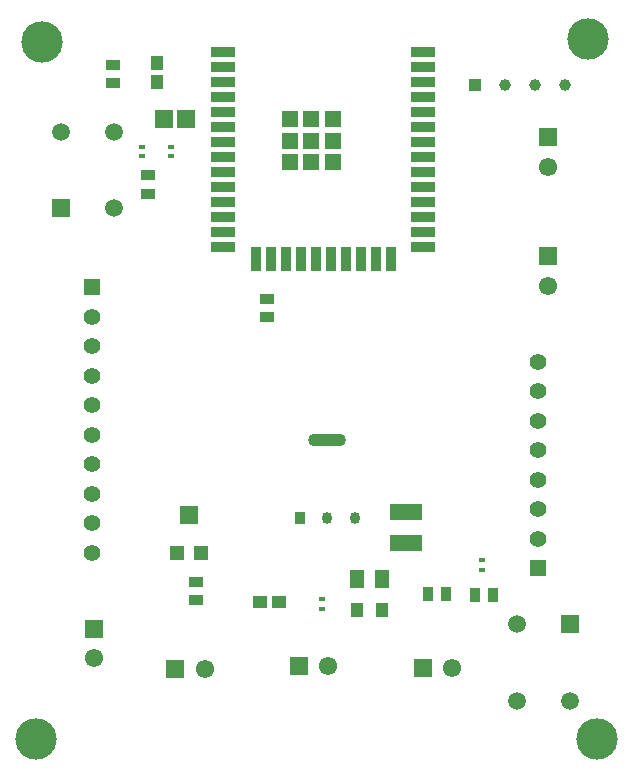
<source format=gbr>
G04*
G04 #@! TF.GenerationSoftware,Altium Limited,Altium Designer,24.2.2 (26)*
G04*
G04 Layer_Color=255*
%FSLAX43Y43*%
%MOMM*%
G71*
G04*
G04 #@! TF.SameCoordinates,78AD72C9-59E1-4A50-B3D3-B96FA2B5B495*
G04*
G04*
G04 #@! TF.FilePolarity,Positive*
G04*
G01*
G75*
%ADD15R,1.307X0.906*%
%ADD16R,0.500X0.400*%
%ADD17R,1.200X1.200*%
%ADD18R,1.600X1.500*%
%ADD19R,1.012X1.208*%
%ADD20R,1.500X1.550*%
%ADD21R,1.208X1.012*%
%ADD22R,1.100X1.300*%
%ADD23R,0.906X1.307*%
%ADD24R,1.250X1.500*%
G04:AMPARAMS|DCode=25|XSize=1.004mm|YSize=3.182mm|CornerRadius=0.437mm|HoleSize=0mm|Usage=FLASHONLY|Rotation=90.000|XOffset=0mm|YOffset=0mm|HoleType=Round|Shape=RoundedRectangle|*
%AMROUNDEDRECTD25*
21,1,1.004,2.308,0,0,90.0*
21,1,0.131,3.182,0,0,90.0*
1,1,0.874,1.154,0.065*
1,1,0.874,1.154,-0.065*
1,1,0.874,-1.154,-0.065*
1,1,0.874,-1.154,0.065*
%
%ADD25ROUNDEDRECTD25*%
G04:AMPARAMS|DCode=26|XSize=1.004mm|YSize=0.872mm|CornerRadius=0.436mm|HoleSize=0mm|Usage=FLASHONLY|Rotation=90.000|XOffset=0mm|YOffset=0mm|HoleType=Round|Shape=RoundedRectangle|*
%AMROUNDEDRECTD26*
21,1,1.004,0.000,0,0,90.0*
21,1,0.132,0.872,0,0,90.0*
1,1,0.872,0.000,0.066*
1,1,0.872,0.000,-0.066*
1,1,0.872,0.000,-0.066*
1,1,0.872,0.000,0.066*
%
%ADD26ROUNDEDRECTD26*%
%ADD27R,0.872X1.004*%
%ADD28R,2.800X1.400*%
%ADD29R,1.330X1.330*%
%ADD30R,0.900X2.000*%
%ADD31R,2.000X0.900*%
%ADD37C,1.550*%
%ADD38R,1.550X1.550*%
%ADD39C,1.400*%
%ADD40R,1.400X1.400*%
%ADD43R,1.550X1.550*%
%ADD49R,1.500X1.500*%
%ADD50C,1.500*%
%ADD51R,0.985X0.985*%
%ADD52C,0.985*%
%ADD53C,3.500*%
D15*
X8775Y59301D02*
D03*
Y57749D02*
D03*
X21800Y37924D02*
D03*
Y39476D02*
D03*
X15800Y15551D02*
D03*
Y13999D02*
D03*
X11750Y49951D02*
D03*
Y48399D02*
D03*
D16*
X11212Y51587D02*
D03*
Y52387D02*
D03*
X13725Y52375D02*
D03*
Y51575D02*
D03*
X26500Y14050D02*
D03*
Y13250D02*
D03*
X40050Y17350D02*
D03*
Y16550D02*
D03*
D17*
X14250Y17950D02*
D03*
X16250D02*
D03*
D18*
X15250Y21200D02*
D03*
D19*
X12475Y57848D02*
D03*
Y59452D02*
D03*
D20*
X13138Y54712D02*
D03*
X14938D02*
D03*
D21*
X21248Y13850D02*
D03*
X22852D02*
D03*
D22*
X31550Y13175D02*
D03*
X29450D02*
D03*
D23*
X37001Y14525D02*
D03*
X35449D02*
D03*
X39449Y14450D02*
D03*
X41001D02*
D03*
D24*
X31550Y15800D02*
D03*
X29450D02*
D03*
D25*
X26950Y27520D02*
D03*
D26*
X29240Y20930D02*
D03*
X26950D02*
D03*
D27*
X24660D02*
D03*
D28*
X33625Y21425D02*
D03*
Y18825D02*
D03*
D29*
X27410Y51070D02*
D03*
X25575D02*
D03*
X23740D02*
D03*
X27410Y52905D02*
D03*
X25575D02*
D03*
X23740D02*
D03*
X27410Y54740D02*
D03*
X25575D02*
D03*
X23740D02*
D03*
D30*
X32290Y42895D02*
D03*
X31020D02*
D03*
X29750D02*
D03*
X28480D02*
D03*
X27210D02*
D03*
X25940D02*
D03*
X24670D02*
D03*
X23400D02*
D03*
X22130D02*
D03*
X20860D02*
D03*
D31*
X35075Y60405D02*
D03*
Y59135D02*
D03*
Y57865D02*
D03*
Y56595D02*
D03*
Y55325D02*
D03*
Y54055D02*
D03*
Y52785D02*
D03*
Y51515D02*
D03*
Y50245D02*
D03*
Y48975D02*
D03*
Y47705D02*
D03*
Y46435D02*
D03*
Y45165D02*
D03*
Y43895D02*
D03*
X18075D02*
D03*
Y45165D02*
D03*
Y46435D02*
D03*
Y47705D02*
D03*
Y48975D02*
D03*
Y50245D02*
D03*
Y51515D02*
D03*
Y52785D02*
D03*
Y54055D02*
D03*
Y55325D02*
D03*
Y56595D02*
D03*
Y57865D02*
D03*
Y59135D02*
D03*
Y60405D02*
D03*
D37*
X7175Y9075D02*
D03*
X45600Y50700D02*
D03*
X45625Y40625D02*
D03*
X27025Y8425D02*
D03*
X37525Y8275D02*
D03*
X16575Y8175D02*
D03*
D38*
X7175Y11575D02*
D03*
X45600Y53200D02*
D03*
X45625Y43125D02*
D03*
D39*
X7000Y18000D02*
D03*
Y20500D02*
D03*
Y23000D02*
D03*
Y25500D02*
D03*
Y28000D02*
D03*
Y30500D02*
D03*
Y33000D02*
D03*
Y35500D02*
D03*
Y38000D02*
D03*
X44775Y34175D02*
D03*
Y31675D02*
D03*
Y29175D02*
D03*
Y26675D02*
D03*
Y24175D02*
D03*
Y21675D02*
D03*
Y19175D02*
D03*
D40*
X7000Y40500D02*
D03*
X44775Y16675D02*
D03*
D43*
X24525Y8425D02*
D03*
X35025Y8275D02*
D03*
X14075Y8175D02*
D03*
D49*
X47500Y11950D02*
D03*
X4400Y47150D02*
D03*
D50*
X43000Y11950D02*
D03*
Y5450D02*
D03*
X47500D02*
D03*
X8900Y47150D02*
D03*
Y53650D02*
D03*
X4400D02*
D03*
D51*
X39410Y57575D02*
D03*
D52*
X41950D02*
D03*
X44490D02*
D03*
X47030D02*
D03*
D53*
X2750Y61250D02*
D03*
X49000Y61500D02*
D03*
X2250Y2250D02*
D03*
X49750D02*
D03*
M02*

</source>
